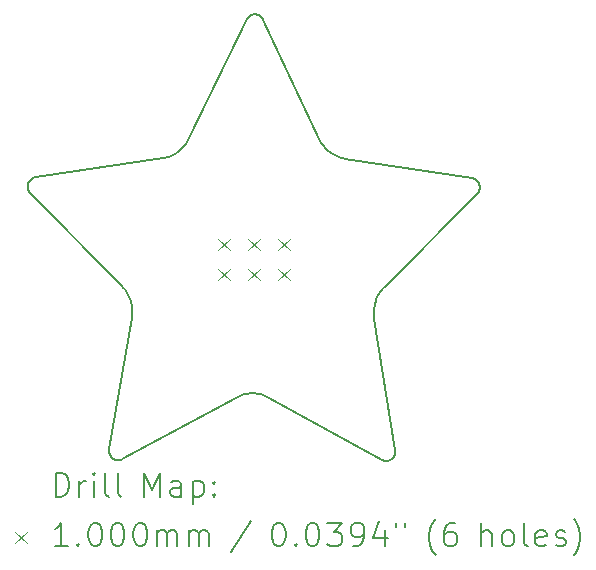
<source format=gbr>
%FSLAX45Y45*%
G04 Gerber Fmt 4.5, Leading zero omitted, Abs format (unit mm)*
G04 Created by KiCad (PCBNEW (6.99.0-1934-gfe17dca71f)) date 2022-05-23 00:26:30*
%MOMM*%
%LPD*%
G01*
G04 APERTURE LIST*
%TA.AperFunction,Profile*%
%ADD10C,0.200000*%
%TD*%
%ADD11C,0.200000*%
%ADD12C,0.100000*%
G04 APERTURE END LIST*
D10*
X12713854Y-5729777D02*
X12719262Y-5730387D01*
X12724575Y-5731381D01*
X12729776Y-5732749D01*
X12734848Y-5734479D01*
X12739776Y-5736562D01*
X12744543Y-5738986D01*
X12749133Y-5741740D01*
X12753528Y-5744815D01*
X12757713Y-5748199D01*
X12761670Y-5751882D01*
X12765384Y-5755853D01*
X12768837Y-5760101D01*
X12772014Y-5764615D01*
X12774898Y-5769385D01*
X12777472Y-5774400D01*
X13251706Y-6783138D01*
X13260220Y-6799916D01*
X13269647Y-6816011D01*
X13279948Y-6831392D01*
X13291082Y-6846029D01*
X13303010Y-6859892D01*
X13315692Y-6872951D01*
X13329088Y-6885174D01*
X13343158Y-6896533D01*
X13357862Y-6906997D01*
X13373160Y-6916535D01*
X13389012Y-6925117D01*
X13405379Y-6932713D01*
X13422220Y-6939293D01*
X13439496Y-6944826D01*
X13457167Y-6949283D01*
X13475192Y-6952632D01*
X14547586Y-7116876D01*
X14552983Y-7117906D01*
X14558247Y-7119316D01*
X14563364Y-7121091D01*
X14568318Y-7123220D01*
X14573096Y-7125689D01*
X14577681Y-7128485D01*
X14582059Y-7131595D01*
X14586216Y-7135007D01*
X14590137Y-7138706D01*
X14593806Y-7142680D01*
X14597209Y-7146916D01*
X14600331Y-7151400D01*
X14603157Y-7156121D01*
X14605673Y-7161064D01*
X14607863Y-7166216D01*
X14609713Y-7171565D01*
X14611193Y-7177038D01*
X14612286Y-7182556D01*
X14612997Y-7188101D01*
X14613331Y-7193652D01*
X14613293Y-7199190D01*
X14612887Y-7204696D01*
X14612119Y-7210150D01*
X14610993Y-7215532D01*
X14609513Y-7220823D01*
X14607686Y-7226002D01*
X14605514Y-7231052D01*
X14603004Y-7235951D01*
X14600160Y-7240680D01*
X14596986Y-7245220D01*
X14593488Y-7249551D01*
X14589671Y-7253654D01*
X13808519Y-8035977D01*
X13795718Y-8049606D01*
X13783823Y-8063921D01*
X13772850Y-8078875D01*
X13762815Y-8094416D01*
X13753734Y-8110499D01*
X13745621Y-8127072D01*
X13738494Y-8144088D01*
X13732366Y-8161498D01*
X13727254Y-8179253D01*
X13723173Y-8197304D01*
X13720140Y-8215603D01*
X13718168Y-8234101D01*
X13717275Y-8252749D01*
X13717476Y-8271498D01*
X13718786Y-8290299D01*
X13721220Y-8309105D01*
X13898225Y-9416956D01*
X13898929Y-9422595D01*
X13899244Y-9428221D01*
X13899178Y-9433817D01*
X13898738Y-9439363D01*
X13897932Y-9444841D01*
X13896766Y-9450232D01*
X13895249Y-9455518D01*
X13893388Y-9460679D01*
X13891190Y-9465697D01*
X13888663Y-9470553D01*
X13885815Y-9475229D01*
X13882652Y-9479706D01*
X13879182Y-9483965D01*
X13875413Y-9487987D01*
X13871352Y-9491754D01*
X13867006Y-9495248D01*
X13862435Y-9498415D01*
X13857702Y-9501216D01*
X13852829Y-9503649D01*
X13847835Y-9505712D01*
X13842738Y-9507404D01*
X13837560Y-9508725D01*
X13832318Y-9509671D01*
X13827032Y-9510243D01*
X13821723Y-9510438D01*
X13816408Y-9510255D01*
X13811109Y-9509693D01*
X13805844Y-9508750D01*
X13800632Y-9507425D01*
X13795494Y-9505716D01*
X13790449Y-9503623D01*
X13785515Y-9501143D01*
X13785515Y-9501143D01*
X13785515Y-9501143D01*
X13785515Y-9501143D01*
X13785515Y-9501143D01*
X13785515Y-9501143D01*
X13785515Y-9501143D01*
X13785516Y-9501143D01*
X12828503Y-8975908D01*
X12812077Y-8967553D01*
X12795299Y-8960305D01*
X12778217Y-8954166D01*
X12760880Y-8949134D01*
X12743340Y-8945210D01*
X12725644Y-8942395D01*
X12707843Y-8940687D01*
X12689987Y-8940089D01*
X12672123Y-8940598D01*
X12654303Y-8942217D01*
X12636576Y-8944944D01*
X12618991Y-8948780D01*
X12601598Y-8953725D01*
X12584446Y-8959779D01*
X12567585Y-8966943D01*
X12551064Y-8975215D01*
X11588064Y-9495661D01*
X11583103Y-9498116D01*
X11578033Y-9500185D01*
X11572876Y-9501867D01*
X11567649Y-9503166D01*
X11562373Y-9504083D01*
X11557068Y-9504618D01*
X11551752Y-9504775D01*
X11546444Y-9504553D01*
X11541166Y-9503955D01*
X11535935Y-9502983D01*
X11530771Y-9501637D01*
X11525694Y-9499919D01*
X11520724Y-9497831D01*
X11515879Y-9495374D01*
X11511179Y-9492550D01*
X11506643Y-9489360D01*
X11504455Y-9487637D01*
X11502338Y-9485845D01*
X11500293Y-9483984D01*
X11498320Y-9482057D01*
X11494597Y-9478016D01*
X11491176Y-9473740D01*
X11488065Y-9469248D01*
X11485269Y-9464558D01*
X11482798Y-9459689D01*
X11480658Y-9454660D01*
X11478856Y-9449490D01*
X11477400Y-9444197D01*
X11476296Y-9438801D01*
X11475552Y-9433319D01*
X11475175Y-9427770D01*
X11475173Y-9422174D01*
X11475553Y-9416550D01*
X11475888Y-9413732D01*
X11476322Y-9410914D01*
X11666007Y-8303978D01*
X11668657Y-8285185D01*
X11670182Y-8266390D01*
X11670597Y-8247643D01*
X11669917Y-8228991D01*
X11668158Y-8210484D01*
X11665334Y-8192171D01*
X11661460Y-8174100D01*
X11656552Y-8156320D01*
X11650624Y-8138880D01*
X11643691Y-8121828D01*
X11635769Y-8105215D01*
X11626872Y-8089088D01*
X11617015Y-8073497D01*
X11606214Y-8058489D01*
X11594483Y-8044115D01*
X11581838Y-8030422D01*
X10809667Y-7244224D01*
X10805897Y-7240103D01*
X10802449Y-7235754D01*
X10799327Y-7231198D01*
X10796537Y-7226455D01*
X10794083Y-7221543D01*
X10791969Y-7216483D01*
X10790201Y-7211295D01*
X10788782Y-7205997D01*
X10787717Y-7200609D01*
X10787011Y-7195152D01*
X10786669Y-7189644D01*
X10786694Y-7184106D01*
X10787092Y-7178556D01*
X10787867Y-7173015D01*
X10789023Y-7167503D01*
X10790565Y-7162038D01*
X10792476Y-7156698D01*
X10794725Y-7151556D01*
X10797298Y-7146626D01*
X10800178Y-7141920D01*
X10803351Y-7137451D01*
X10806802Y-7133232D01*
X10810517Y-7129277D01*
X10814480Y-7125597D01*
X10818676Y-7122207D01*
X10823090Y-7119119D01*
X10827707Y-7116346D01*
X10832512Y-7113900D01*
X10837491Y-7111796D01*
X10842628Y-7110046D01*
X10847908Y-7108663D01*
X10850597Y-7108114D01*
X10853317Y-7107660D01*
X11927561Y-6948771D01*
X11945624Y-6945512D01*
X11963345Y-6941144D01*
X11980684Y-6935697D01*
X11997600Y-6929201D01*
X12014053Y-6921687D01*
X12030004Y-6913184D01*
X12045410Y-6903722D01*
X12060234Y-6893333D01*
X12074433Y-6882044D01*
X12087968Y-6869888D01*
X12100799Y-6856893D01*
X12112886Y-6843090D01*
X12124187Y-6828509D01*
X12134664Y-6813180D01*
X12144275Y-6797132D01*
X12152981Y-6780397D01*
X12638752Y-5774054D01*
X12640029Y-5771523D01*
X12641384Y-5769052D01*
X12642816Y-5766643D01*
X12644322Y-5764296D01*
X12645901Y-5762014D01*
X12647551Y-5759798D01*
X12649268Y-5757649D01*
X12651053Y-5755568D01*
X12652901Y-5753556D01*
X12654812Y-5751616D01*
X12656782Y-5749747D01*
X12658811Y-5747953D01*
X12660896Y-5746233D01*
X12663034Y-5744590D01*
X12665225Y-5743024D01*
X12667465Y-5741537D01*
X12669752Y-5740130D01*
X12672085Y-5738805D01*
X12674462Y-5737563D01*
X12676880Y-5736405D01*
X12679337Y-5735332D01*
X12681832Y-5734347D01*
X12684361Y-5733449D01*
X12686924Y-5732642D01*
X12689518Y-5731925D01*
X12692141Y-5731300D01*
X12694790Y-5730769D01*
X12697464Y-5730333D01*
X12700161Y-5729992D01*
X12702879Y-5729750D01*
X12705615Y-5729606D01*
X12708368Y-5729562D01*
X12713854Y-5729777D01*
D11*
D12*
X12396000Y-7630000D02*
X12496000Y-7730000D01*
X12496000Y-7630000D02*
X12396000Y-7730000D01*
X12396000Y-7884000D02*
X12496000Y-7984000D01*
X12496000Y-7884000D02*
X12396000Y-7984000D01*
X12650000Y-7630000D02*
X12750000Y-7730000D01*
X12750000Y-7630000D02*
X12650000Y-7730000D01*
X12650000Y-7884000D02*
X12750000Y-7984000D01*
X12750000Y-7884000D02*
X12650000Y-7984000D01*
X12904000Y-7630000D02*
X13004000Y-7730000D01*
X13004000Y-7630000D02*
X12904000Y-7730000D01*
X12904000Y-7884000D02*
X13004000Y-7984000D01*
X13004000Y-7884000D02*
X12904000Y-7984000D01*
D11*
X11024288Y-9813914D02*
X11024288Y-9613914D01*
X11024288Y-9613914D02*
X11071907Y-9613914D01*
X11071907Y-9613914D02*
X11100478Y-9623438D01*
X11100478Y-9623438D02*
X11119526Y-9642485D01*
X11119526Y-9642485D02*
X11129050Y-9661533D01*
X11129050Y-9661533D02*
X11138574Y-9699628D01*
X11138574Y-9699628D02*
X11138574Y-9728200D01*
X11138574Y-9728200D02*
X11129050Y-9766295D01*
X11129050Y-9766295D02*
X11119526Y-9785342D01*
X11119526Y-9785342D02*
X11100478Y-9804390D01*
X11100478Y-9804390D02*
X11071907Y-9813914D01*
X11071907Y-9813914D02*
X11024288Y-9813914D01*
X11224288Y-9813914D02*
X11224288Y-9680581D01*
X11224288Y-9718676D02*
X11233812Y-9699628D01*
X11233812Y-9699628D02*
X11243335Y-9690104D01*
X11243335Y-9690104D02*
X11262383Y-9680581D01*
X11262383Y-9680581D02*
X11281431Y-9680581D01*
X11348097Y-9813914D02*
X11348097Y-9680581D01*
X11348097Y-9613914D02*
X11338573Y-9623438D01*
X11338573Y-9623438D02*
X11348097Y-9632962D01*
X11348097Y-9632962D02*
X11357621Y-9623438D01*
X11357621Y-9623438D02*
X11348097Y-9613914D01*
X11348097Y-9613914D02*
X11348097Y-9632962D01*
X11471907Y-9813914D02*
X11452859Y-9804390D01*
X11452859Y-9804390D02*
X11443335Y-9785342D01*
X11443335Y-9785342D02*
X11443335Y-9613914D01*
X11576669Y-9813914D02*
X11557621Y-9804390D01*
X11557621Y-9804390D02*
X11548097Y-9785342D01*
X11548097Y-9785342D02*
X11548097Y-9613914D01*
X11772859Y-9813914D02*
X11772859Y-9613914D01*
X11772859Y-9613914D02*
X11839526Y-9756771D01*
X11839526Y-9756771D02*
X11906192Y-9613914D01*
X11906192Y-9613914D02*
X11906192Y-9813914D01*
X12087145Y-9813914D02*
X12087145Y-9709152D01*
X12087145Y-9709152D02*
X12077621Y-9690104D01*
X12077621Y-9690104D02*
X12058573Y-9680581D01*
X12058573Y-9680581D02*
X12020478Y-9680581D01*
X12020478Y-9680581D02*
X12001431Y-9690104D01*
X12087145Y-9804390D02*
X12068097Y-9813914D01*
X12068097Y-9813914D02*
X12020478Y-9813914D01*
X12020478Y-9813914D02*
X12001431Y-9804390D01*
X12001431Y-9804390D02*
X11991907Y-9785342D01*
X11991907Y-9785342D02*
X11991907Y-9766295D01*
X11991907Y-9766295D02*
X12001431Y-9747247D01*
X12001431Y-9747247D02*
X12020478Y-9737723D01*
X12020478Y-9737723D02*
X12068097Y-9737723D01*
X12068097Y-9737723D02*
X12087145Y-9728200D01*
X12182383Y-9680581D02*
X12182383Y-9880581D01*
X12182383Y-9690104D02*
X12201431Y-9680581D01*
X12201431Y-9680581D02*
X12239526Y-9680581D01*
X12239526Y-9680581D02*
X12258573Y-9690104D01*
X12258573Y-9690104D02*
X12268097Y-9699628D01*
X12268097Y-9699628D02*
X12277621Y-9718676D01*
X12277621Y-9718676D02*
X12277621Y-9775819D01*
X12277621Y-9775819D02*
X12268097Y-9794866D01*
X12268097Y-9794866D02*
X12258573Y-9804390D01*
X12258573Y-9804390D02*
X12239526Y-9813914D01*
X12239526Y-9813914D02*
X12201431Y-9813914D01*
X12201431Y-9813914D02*
X12182383Y-9804390D01*
X12363335Y-9794866D02*
X12372859Y-9804390D01*
X12372859Y-9804390D02*
X12363335Y-9813914D01*
X12363335Y-9813914D02*
X12353812Y-9804390D01*
X12353812Y-9804390D02*
X12363335Y-9794866D01*
X12363335Y-9794866D02*
X12363335Y-9813914D01*
X12363335Y-9690104D02*
X12372859Y-9699628D01*
X12372859Y-9699628D02*
X12363335Y-9709152D01*
X12363335Y-9709152D02*
X12353812Y-9699628D01*
X12353812Y-9699628D02*
X12363335Y-9690104D01*
X12363335Y-9690104D02*
X12363335Y-9709152D01*
D12*
X10676669Y-10110438D02*
X10776669Y-10210438D01*
X10776669Y-10110438D02*
X10676669Y-10210438D01*
D11*
X11129050Y-10233914D02*
X11014764Y-10233914D01*
X11071907Y-10233914D02*
X11071907Y-10033914D01*
X11071907Y-10033914D02*
X11052859Y-10062485D01*
X11052859Y-10062485D02*
X11033812Y-10081533D01*
X11033812Y-10081533D02*
X11014764Y-10091057D01*
X11214764Y-10214866D02*
X11224288Y-10224390D01*
X11224288Y-10224390D02*
X11214764Y-10233914D01*
X11214764Y-10233914D02*
X11205240Y-10224390D01*
X11205240Y-10224390D02*
X11214764Y-10214866D01*
X11214764Y-10214866D02*
X11214764Y-10233914D01*
X11348097Y-10033914D02*
X11367145Y-10033914D01*
X11367145Y-10033914D02*
X11386193Y-10043438D01*
X11386193Y-10043438D02*
X11395716Y-10052962D01*
X11395716Y-10052962D02*
X11405240Y-10072009D01*
X11405240Y-10072009D02*
X11414764Y-10110104D01*
X11414764Y-10110104D02*
X11414764Y-10157723D01*
X11414764Y-10157723D02*
X11405240Y-10195819D01*
X11405240Y-10195819D02*
X11395716Y-10214866D01*
X11395716Y-10214866D02*
X11386193Y-10224390D01*
X11386193Y-10224390D02*
X11367145Y-10233914D01*
X11367145Y-10233914D02*
X11348097Y-10233914D01*
X11348097Y-10233914D02*
X11329050Y-10224390D01*
X11329050Y-10224390D02*
X11319526Y-10214866D01*
X11319526Y-10214866D02*
X11310002Y-10195819D01*
X11310002Y-10195819D02*
X11300478Y-10157723D01*
X11300478Y-10157723D02*
X11300478Y-10110104D01*
X11300478Y-10110104D02*
X11310002Y-10072009D01*
X11310002Y-10072009D02*
X11319526Y-10052962D01*
X11319526Y-10052962D02*
X11329050Y-10043438D01*
X11329050Y-10043438D02*
X11348097Y-10033914D01*
X11538573Y-10033914D02*
X11557621Y-10033914D01*
X11557621Y-10033914D02*
X11576669Y-10043438D01*
X11576669Y-10043438D02*
X11586193Y-10052962D01*
X11586193Y-10052962D02*
X11595716Y-10072009D01*
X11595716Y-10072009D02*
X11605240Y-10110104D01*
X11605240Y-10110104D02*
X11605240Y-10157723D01*
X11605240Y-10157723D02*
X11595716Y-10195819D01*
X11595716Y-10195819D02*
X11586193Y-10214866D01*
X11586193Y-10214866D02*
X11576669Y-10224390D01*
X11576669Y-10224390D02*
X11557621Y-10233914D01*
X11557621Y-10233914D02*
X11538573Y-10233914D01*
X11538573Y-10233914D02*
X11519526Y-10224390D01*
X11519526Y-10224390D02*
X11510002Y-10214866D01*
X11510002Y-10214866D02*
X11500478Y-10195819D01*
X11500478Y-10195819D02*
X11490954Y-10157723D01*
X11490954Y-10157723D02*
X11490954Y-10110104D01*
X11490954Y-10110104D02*
X11500478Y-10072009D01*
X11500478Y-10072009D02*
X11510002Y-10052962D01*
X11510002Y-10052962D02*
X11519526Y-10043438D01*
X11519526Y-10043438D02*
X11538573Y-10033914D01*
X11729050Y-10033914D02*
X11748097Y-10033914D01*
X11748097Y-10033914D02*
X11767145Y-10043438D01*
X11767145Y-10043438D02*
X11776669Y-10052962D01*
X11776669Y-10052962D02*
X11786193Y-10072009D01*
X11786193Y-10072009D02*
X11795716Y-10110104D01*
X11795716Y-10110104D02*
X11795716Y-10157723D01*
X11795716Y-10157723D02*
X11786193Y-10195819D01*
X11786193Y-10195819D02*
X11776669Y-10214866D01*
X11776669Y-10214866D02*
X11767145Y-10224390D01*
X11767145Y-10224390D02*
X11748097Y-10233914D01*
X11748097Y-10233914D02*
X11729050Y-10233914D01*
X11729050Y-10233914D02*
X11710002Y-10224390D01*
X11710002Y-10224390D02*
X11700478Y-10214866D01*
X11700478Y-10214866D02*
X11690954Y-10195819D01*
X11690954Y-10195819D02*
X11681431Y-10157723D01*
X11681431Y-10157723D02*
X11681431Y-10110104D01*
X11681431Y-10110104D02*
X11690954Y-10072009D01*
X11690954Y-10072009D02*
X11700478Y-10052962D01*
X11700478Y-10052962D02*
X11710002Y-10043438D01*
X11710002Y-10043438D02*
X11729050Y-10033914D01*
X11881431Y-10233914D02*
X11881431Y-10100581D01*
X11881431Y-10119628D02*
X11890954Y-10110104D01*
X11890954Y-10110104D02*
X11910002Y-10100581D01*
X11910002Y-10100581D02*
X11938574Y-10100581D01*
X11938574Y-10100581D02*
X11957621Y-10110104D01*
X11957621Y-10110104D02*
X11967145Y-10129152D01*
X11967145Y-10129152D02*
X11967145Y-10233914D01*
X11967145Y-10129152D02*
X11976669Y-10110104D01*
X11976669Y-10110104D02*
X11995716Y-10100581D01*
X11995716Y-10100581D02*
X12024288Y-10100581D01*
X12024288Y-10100581D02*
X12043335Y-10110104D01*
X12043335Y-10110104D02*
X12052859Y-10129152D01*
X12052859Y-10129152D02*
X12052859Y-10233914D01*
X12148097Y-10233914D02*
X12148097Y-10100581D01*
X12148097Y-10119628D02*
X12157621Y-10110104D01*
X12157621Y-10110104D02*
X12176669Y-10100581D01*
X12176669Y-10100581D02*
X12205240Y-10100581D01*
X12205240Y-10100581D02*
X12224288Y-10110104D01*
X12224288Y-10110104D02*
X12233812Y-10129152D01*
X12233812Y-10129152D02*
X12233812Y-10233914D01*
X12233812Y-10129152D02*
X12243335Y-10110104D01*
X12243335Y-10110104D02*
X12262383Y-10100581D01*
X12262383Y-10100581D02*
X12290954Y-10100581D01*
X12290954Y-10100581D02*
X12310002Y-10110104D01*
X12310002Y-10110104D02*
X12319526Y-10129152D01*
X12319526Y-10129152D02*
X12319526Y-10233914D01*
X12677621Y-10024390D02*
X12506193Y-10281533D01*
X12902383Y-10033914D02*
X12921431Y-10033914D01*
X12921431Y-10033914D02*
X12940478Y-10043438D01*
X12940478Y-10043438D02*
X12950002Y-10052962D01*
X12950002Y-10052962D02*
X12959526Y-10072009D01*
X12959526Y-10072009D02*
X12969050Y-10110104D01*
X12969050Y-10110104D02*
X12969050Y-10157723D01*
X12969050Y-10157723D02*
X12959526Y-10195819D01*
X12959526Y-10195819D02*
X12950002Y-10214866D01*
X12950002Y-10214866D02*
X12940478Y-10224390D01*
X12940478Y-10224390D02*
X12921431Y-10233914D01*
X12921431Y-10233914D02*
X12902383Y-10233914D01*
X12902383Y-10233914D02*
X12883335Y-10224390D01*
X12883335Y-10224390D02*
X12873812Y-10214866D01*
X12873812Y-10214866D02*
X12864288Y-10195819D01*
X12864288Y-10195819D02*
X12854764Y-10157723D01*
X12854764Y-10157723D02*
X12854764Y-10110104D01*
X12854764Y-10110104D02*
X12864288Y-10072009D01*
X12864288Y-10072009D02*
X12873812Y-10052962D01*
X12873812Y-10052962D02*
X12883335Y-10043438D01*
X12883335Y-10043438D02*
X12902383Y-10033914D01*
X13054764Y-10214866D02*
X13064288Y-10224390D01*
X13064288Y-10224390D02*
X13054764Y-10233914D01*
X13054764Y-10233914D02*
X13045240Y-10224390D01*
X13045240Y-10224390D02*
X13054764Y-10214866D01*
X13054764Y-10214866D02*
X13054764Y-10233914D01*
X13188097Y-10033914D02*
X13207145Y-10033914D01*
X13207145Y-10033914D02*
X13226193Y-10043438D01*
X13226193Y-10043438D02*
X13235716Y-10052962D01*
X13235716Y-10052962D02*
X13245240Y-10072009D01*
X13245240Y-10072009D02*
X13254764Y-10110104D01*
X13254764Y-10110104D02*
X13254764Y-10157723D01*
X13254764Y-10157723D02*
X13245240Y-10195819D01*
X13245240Y-10195819D02*
X13235716Y-10214866D01*
X13235716Y-10214866D02*
X13226193Y-10224390D01*
X13226193Y-10224390D02*
X13207145Y-10233914D01*
X13207145Y-10233914D02*
X13188097Y-10233914D01*
X13188097Y-10233914D02*
X13169050Y-10224390D01*
X13169050Y-10224390D02*
X13159526Y-10214866D01*
X13159526Y-10214866D02*
X13150002Y-10195819D01*
X13150002Y-10195819D02*
X13140478Y-10157723D01*
X13140478Y-10157723D02*
X13140478Y-10110104D01*
X13140478Y-10110104D02*
X13150002Y-10072009D01*
X13150002Y-10072009D02*
X13159526Y-10052962D01*
X13159526Y-10052962D02*
X13169050Y-10043438D01*
X13169050Y-10043438D02*
X13188097Y-10033914D01*
X13321431Y-10033914D02*
X13445240Y-10033914D01*
X13445240Y-10033914D02*
X13378574Y-10110104D01*
X13378574Y-10110104D02*
X13407145Y-10110104D01*
X13407145Y-10110104D02*
X13426193Y-10119628D01*
X13426193Y-10119628D02*
X13435716Y-10129152D01*
X13435716Y-10129152D02*
X13445240Y-10148200D01*
X13445240Y-10148200D02*
X13445240Y-10195819D01*
X13445240Y-10195819D02*
X13435716Y-10214866D01*
X13435716Y-10214866D02*
X13426193Y-10224390D01*
X13426193Y-10224390D02*
X13407145Y-10233914D01*
X13407145Y-10233914D02*
X13350002Y-10233914D01*
X13350002Y-10233914D02*
X13330955Y-10224390D01*
X13330955Y-10224390D02*
X13321431Y-10214866D01*
X13540478Y-10233914D02*
X13578574Y-10233914D01*
X13578574Y-10233914D02*
X13597621Y-10224390D01*
X13597621Y-10224390D02*
X13607145Y-10214866D01*
X13607145Y-10214866D02*
X13626193Y-10186295D01*
X13626193Y-10186295D02*
X13635716Y-10148200D01*
X13635716Y-10148200D02*
X13635716Y-10072009D01*
X13635716Y-10072009D02*
X13626193Y-10052962D01*
X13626193Y-10052962D02*
X13616669Y-10043438D01*
X13616669Y-10043438D02*
X13597621Y-10033914D01*
X13597621Y-10033914D02*
X13559526Y-10033914D01*
X13559526Y-10033914D02*
X13540478Y-10043438D01*
X13540478Y-10043438D02*
X13530955Y-10052962D01*
X13530955Y-10052962D02*
X13521431Y-10072009D01*
X13521431Y-10072009D02*
X13521431Y-10119628D01*
X13521431Y-10119628D02*
X13530955Y-10138676D01*
X13530955Y-10138676D02*
X13540478Y-10148200D01*
X13540478Y-10148200D02*
X13559526Y-10157723D01*
X13559526Y-10157723D02*
X13597621Y-10157723D01*
X13597621Y-10157723D02*
X13616669Y-10148200D01*
X13616669Y-10148200D02*
X13626193Y-10138676D01*
X13626193Y-10138676D02*
X13635716Y-10119628D01*
X13807145Y-10100581D02*
X13807145Y-10233914D01*
X13759526Y-10024390D02*
X13711907Y-10167247D01*
X13711907Y-10167247D02*
X13835716Y-10167247D01*
X13902383Y-10033914D02*
X13902383Y-10072009D01*
X13978574Y-10033914D02*
X13978574Y-10072009D01*
X14241431Y-10310104D02*
X14231907Y-10300581D01*
X14231907Y-10300581D02*
X14212859Y-10272009D01*
X14212859Y-10272009D02*
X14203336Y-10252962D01*
X14203336Y-10252962D02*
X14193812Y-10224390D01*
X14193812Y-10224390D02*
X14184288Y-10176771D01*
X14184288Y-10176771D02*
X14184288Y-10138676D01*
X14184288Y-10138676D02*
X14193812Y-10091057D01*
X14193812Y-10091057D02*
X14203336Y-10062485D01*
X14203336Y-10062485D02*
X14212859Y-10043438D01*
X14212859Y-10043438D02*
X14231907Y-10014866D01*
X14231907Y-10014866D02*
X14241431Y-10005342D01*
X14403336Y-10033914D02*
X14365240Y-10033914D01*
X14365240Y-10033914D02*
X14346193Y-10043438D01*
X14346193Y-10043438D02*
X14336669Y-10052962D01*
X14336669Y-10052962D02*
X14317621Y-10081533D01*
X14317621Y-10081533D02*
X14308097Y-10119628D01*
X14308097Y-10119628D02*
X14308097Y-10195819D01*
X14308097Y-10195819D02*
X14317621Y-10214866D01*
X14317621Y-10214866D02*
X14327145Y-10224390D01*
X14327145Y-10224390D02*
X14346193Y-10233914D01*
X14346193Y-10233914D02*
X14384288Y-10233914D01*
X14384288Y-10233914D02*
X14403336Y-10224390D01*
X14403336Y-10224390D02*
X14412859Y-10214866D01*
X14412859Y-10214866D02*
X14422383Y-10195819D01*
X14422383Y-10195819D02*
X14422383Y-10148200D01*
X14422383Y-10148200D02*
X14412859Y-10129152D01*
X14412859Y-10129152D02*
X14403336Y-10119628D01*
X14403336Y-10119628D02*
X14384288Y-10110104D01*
X14384288Y-10110104D02*
X14346193Y-10110104D01*
X14346193Y-10110104D02*
X14327145Y-10119628D01*
X14327145Y-10119628D02*
X14317621Y-10129152D01*
X14317621Y-10129152D02*
X14308097Y-10148200D01*
X14628097Y-10233914D02*
X14628097Y-10033914D01*
X14713812Y-10233914D02*
X14713812Y-10129152D01*
X14713812Y-10129152D02*
X14704288Y-10110104D01*
X14704288Y-10110104D02*
X14685240Y-10100581D01*
X14685240Y-10100581D02*
X14656669Y-10100581D01*
X14656669Y-10100581D02*
X14637621Y-10110104D01*
X14637621Y-10110104D02*
X14628097Y-10119628D01*
X14837621Y-10233914D02*
X14818574Y-10224390D01*
X14818574Y-10224390D02*
X14809050Y-10214866D01*
X14809050Y-10214866D02*
X14799526Y-10195819D01*
X14799526Y-10195819D02*
X14799526Y-10138676D01*
X14799526Y-10138676D02*
X14809050Y-10119628D01*
X14809050Y-10119628D02*
X14818574Y-10110104D01*
X14818574Y-10110104D02*
X14837621Y-10100581D01*
X14837621Y-10100581D02*
X14866193Y-10100581D01*
X14866193Y-10100581D02*
X14885240Y-10110104D01*
X14885240Y-10110104D02*
X14894764Y-10119628D01*
X14894764Y-10119628D02*
X14904288Y-10138676D01*
X14904288Y-10138676D02*
X14904288Y-10195819D01*
X14904288Y-10195819D02*
X14894764Y-10214866D01*
X14894764Y-10214866D02*
X14885240Y-10224390D01*
X14885240Y-10224390D02*
X14866193Y-10233914D01*
X14866193Y-10233914D02*
X14837621Y-10233914D01*
X15018574Y-10233914D02*
X14999526Y-10224390D01*
X14999526Y-10224390D02*
X14990002Y-10205342D01*
X14990002Y-10205342D02*
X14990002Y-10033914D01*
X15170955Y-10224390D02*
X15151907Y-10233914D01*
X15151907Y-10233914D02*
X15113812Y-10233914D01*
X15113812Y-10233914D02*
X15094764Y-10224390D01*
X15094764Y-10224390D02*
X15085240Y-10205342D01*
X15085240Y-10205342D02*
X15085240Y-10129152D01*
X15085240Y-10129152D02*
X15094764Y-10110104D01*
X15094764Y-10110104D02*
X15113812Y-10100581D01*
X15113812Y-10100581D02*
X15151907Y-10100581D01*
X15151907Y-10100581D02*
X15170955Y-10110104D01*
X15170955Y-10110104D02*
X15180478Y-10129152D01*
X15180478Y-10129152D02*
X15180478Y-10148200D01*
X15180478Y-10148200D02*
X15085240Y-10167247D01*
X15256669Y-10224390D02*
X15275717Y-10233914D01*
X15275717Y-10233914D02*
X15313812Y-10233914D01*
X15313812Y-10233914D02*
X15332859Y-10224390D01*
X15332859Y-10224390D02*
X15342383Y-10205342D01*
X15342383Y-10205342D02*
X15342383Y-10195819D01*
X15342383Y-10195819D02*
X15332859Y-10176771D01*
X15332859Y-10176771D02*
X15313812Y-10167247D01*
X15313812Y-10167247D02*
X15285240Y-10167247D01*
X15285240Y-10167247D02*
X15266193Y-10157723D01*
X15266193Y-10157723D02*
X15256669Y-10138676D01*
X15256669Y-10138676D02*
X15256669Y-10129152D01*
X15256669Y-10129152D02*
X15266193Y-10110104D01*
X15266193Y-10110104D02*
X15285240Y-10100581D01*
X15285240Y-10100581D02*
X15313812Y-10100581D01*
X15313812Y-10100581D02*
X15332859Y-10110104D01*
X15409050Y-10310104D02*
X15418574Y-10300581D01*
X15418574Y-10300581D02*
X15437621Y-10272009D01*
X15437621Y-10272009D02*
X15447145Y-10252962D01*
X15447145Y-10252962D02*
X15456669Y-10224390D01*
X15456669Y-10224390D02*
X15466193Y-10176771D01*
X15466193Y-10176771D02*
X15466193Y-10138676D01*
X15466193Y-10138676D02*
X15456669Y-10091057D01*
X15456669Y-10091057D02*
X15447145Y-10062485D01*
X15447145Y-10062485D02*
X15437621Y-10043438D01*
X15437621Y-10043438D02*
X15418574Y-10014866D01*
X15418574Y-10014866D02*
X15409050Y-10005342D01*
M02*

</source>
